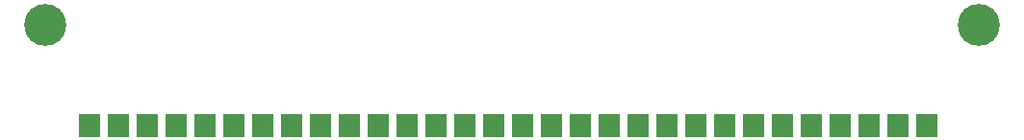
<source format=gbr>
%TF.GenerationSoftware,KiCad,Pcbnew,6.0.0+dfsg1-2*%
%TF.CreationDate,2022-02-11T22:49:32+03:00*%
%TF.ProjectId,simm3016,73696d6d-3330-4313-962e-6b696361645f,rev?*%
%TF.SameCoordinates,Original*%
%TF.FileFunction,Soldermask,Bot*%
%TF.FilePolarity,Negative*%
%FSLAX46Y46*%
G04 Gerber Fmt 4.6, Leading zero omitted, Abs format (unit mm)*
G04 Created by KiCad (PCBNEW 6.0.0+dfsg1-2) date 2022-02-11 22:49:32*
%MOMM*%
%LPD*%
G01*
G04 APERTURE LIST*
%ADD10R,1.900000X2.000000*%
%ADD11C,3.700000*%
G04 APERTURE END LIST*
D10*
%TO.C,J1*%
X216010000Y-145300000D03*
X213470000Y-145300000D03*
X210930000Y-145300000D03*
X208390000Y-145300000D03*
X205850000Y-145300000D03*
X203310000Y-145300000D03*
X200770000Y-145300000D03*
X198230000Y-145300000D03*
X195690000Y-145300000D03*
X193150000Y-145300000D03*
X190610000Y-145300000D03*
X188070000Y-145300000D03*
X185530000Y-145300000D03*
X182990000Y-145300000D03*
X180450000Y-145300000D03*
X177910000Y-145300000D03*
X175370000Y-145300000D03*
X172830000Y-145300000D03*
X170290000Y-145300000D03*
X167750000Y-145300000D03*
X165210000Y-145300000D03*
X162670000Y-145300000D03*
X160130000Y-145300000D03*
X157590000Y-145300000D03*
X155050000Y-145300000D03*
X152510000Y-145300000D03*
X149970000Y-145300000D03*
X147430000Y-145300000D03*
X144890000Y-145300000D03*
X142350000Y-145300000D03*
D11*
X138450000Y-136400000D03*
X220550000Y-136400000D03*
%TD*%
M02*

</source>
